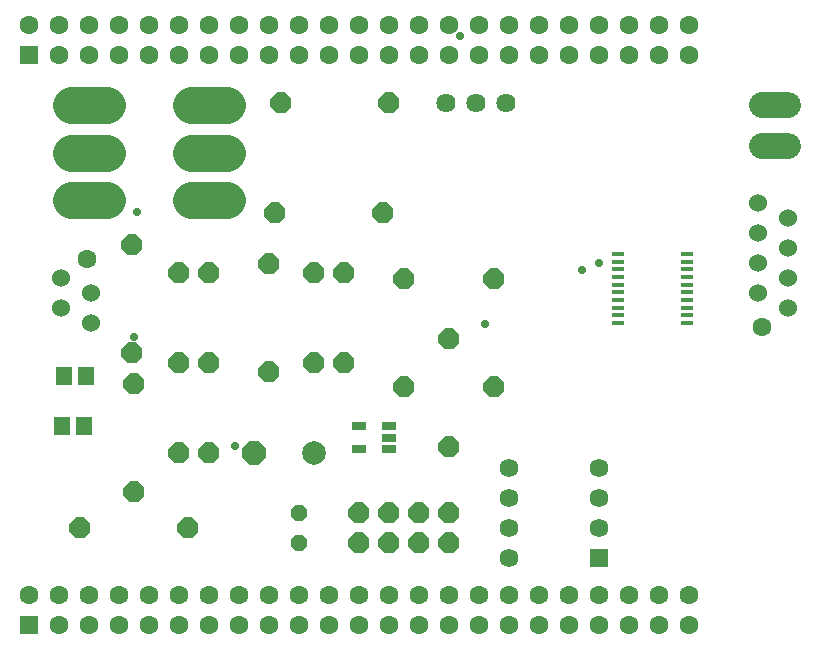
<source format=gts>
G75*
%MOIN*%
%OFA0B0*%
%FSLAX24Y24*%
%IPPOS*%
%LPD*%
%AMOC8*
5,1,8,0,0,1.08239X$1,22.5*
%
%ADD10R,0.0631X0.0631*%
%ADD11C,0.0631*%
%ADD12R,0.0625X0.0625*%
%ADD13C,0.0625*%
%ADD14OC8,0.0700*%
%ADD15R,0.0430X0.0160*%
%ADD16R,0.0512X0.0257*%
%ADD17C,0.0790*%
%ADD18OC8,0.0790*%
%ADD19OC8,0.0520*%
%ADD20C,0.1225*%
%ADD21C,0.0600*%
%ADD22C,0.0640*%
%ADD23C,0.0880*%
%ADD24R,0.0552X0.0631*%
%ADD25C,0.0276*%
D10*
X010003Y003607D03*
X010003Y022607D03*
D11*
X011003Y022607D03*
X012003Y022607D03*
X013003Y022607D03*
X014003Y022607D03*
X015003Y022607D03*
X016003Y022607D03*
X017003Y022607D03*
X018003Y022607D03*
X019003Y022607D03*
X020003Y022607D03*
X021003Y022607D03*
X022003Y022607D03*
X023003Y022607D03*
X024003Y022607D03*
X025003Y022607D03*
X026003Y022607D03*
X027003Y022607D03*
X028003Y022607D03*
X029003Y022607D03*
X030003Y022607D03*
X031003Y022607D03*
X032003Y022607D03*
X032003Y023607D03*
X031003Y023607D03*
X030003Y023607D03*
X029003Y023607D03*
X028003Y023607D03*
X027003Y023607D03*
X026003Y023607D03*
X025003Y023607D03*
X024003Y023607D03*
X023003Y023607D03*
X022003Y023607D03*
X021003Y023607D03*
X020003Y023607D03*
X019003Y023607D03*
X018003Y023607D03*
X017003Y023607D03*
X016003Y023607D03*
X015003Y023607D03*
X014003Y023607D03*
X013003Y023607D03*
X012003Y023607D03*
X011003Y023607D03*
X010003Y023607D03*
X011942Y015806D03*
X012003Y004607D03*
X013003Y004607D03*
X014003Y004607D03*
X015003Y004607D03*
X016003Y004607D03*
X017003Y004607D03*
X018003Y004607D03*
X019003Y004607D03*
X020003Y004607D03*
X021003Y004607D03*
X022003Y004607D03*
X023003Y004607D03*
X024003Y004607D03*
X025003Y004607D03*
X026003Y004607D03*
X027003Y004607D03*
X028003Y004607D03*
X029003Y004607D03*
X030003Y004607D03*
X031003Y004607D03*
X032003Y004607D03*
X032003Y003607D03*
X031003Y003607D03*
X030003Y003607D03*
X029003Y003607D03*
X028003Y003607D03*
X027003Y003607D03*
X026003Y003607D03*
X025003Y003607D03*
X024003Y003607D03*
X023003Y003607D03*
X022003Y003607D03*
X021003Y003607D03*
X020003Y003607D03*
X019003Y003607D03*
X018003Y003607D03*
X017003Y003607D03*
X016003Y003607D03*
X015003Y003607D03*
X014003Y003607D03*
X013003Y003607D03*
X012003Y003607D03*
X011003Y003607D03*
X011003Y004607D03*
X010003Y004607D03*
X034438Y013554D03*
D12*
X029003Y005857D03*
D13*
X029003Y006857D03*
X029003Y007857D03*
X029003Y008857D03*
X026003Y008857D03*
X026003Y007857D03*
X026003Y006857D03*
X026003Y005857D03*
D14*
X024003Y006357D03*
X023003Y006357D03*
X023003Y007357D03*
X024003Y007357D03*
X022003Y007357D03*
X021003Y007357D03*
X021003Y006357D03*
X022003Y006357D03*
X024003Y009557D03*
X025503Y011557D03*
X024003Y013157D03*
X022503Y011557D03*
X020503Y012357D03*
X019503Y012357D03*
X018003Y012057D03*
X016003Y012357D03*
X015003Y012357D03*
X013444Y012671D03*
X013503Y011657D03*
X015003Y009357D03*
X016003Y009357D03*
X013503Y008057D03*
X011703Y006857D03*
X015303Y006857D03*
X015003Y015357D03*
X016003Y015357D03*
X018003Y015657D03*
X019503Y015357D03*
X020503Y015357D03*
X022503Y015157D03*
X021803Y017357D03*
X018203Y017357D03*
X013444Y016271D03*
X018388Y021011D03*
X021988Y021011D03*
X025503Y015157D03*
D15*
X029645Y015213D03*
X029645Y014958D03*
X029645Y014702D03*
X029645Y014446D03*
X029645Y014190D03*
X029645Y013934D03*
X029645Y013678D03*
X031943Y013678D03*
X031943Y013934D03*
X031943Y014190D03*
X031943Y014446D03*
X031943Y014702D03*
X031943Y014958D03*
X031943Y015213D03*
X031943Y015469D03*
X031943Y015725D03*
X031943Y015981D03*
X029645Y015981D03*
X029645Y015725D03*
X029645Y015469D03*
D16*
X022015Y010231D03*
X022015Y009857D03*
X022015Y009483D03*
X020991Y009483D03*
X020991Y010231D03*
D17*
X019503Y009357D03*
D18*
X017503Y009357D03*
D19*
X019003Y007357D03*
X019003Y006357D03*
D20*
X016595Y017777D02*
X015410Y017777D01*
X015410Y019357D02*
X016595Y019357D01*
X016595Y020937D02*
X015410Y020937D01*
X012595Y020937D02*
X011410Y020937D01*
X011410Y019357D02*
X012595Y019357D01*
X012595Y017777D02*
X011410Y017777D01*
D21*
X011086Y015168D03*
X012086Y014668D03*
X011086Y014168D03*
X012086Y013668D03*
X034294Y014692D03*
X035294Y015192D03*
X035294Y016192D03*
X034294Y016692D03*
X034294Y015692D03*
X035294Y017192D03*
X034294Y017692D03*
X035294Y014192D03*
D22*
X025908Y021015D03*
X024908Y021015D03*
X023908Y021015D03*
D23*
X034449Y020956D02*
X035289Y020956D01*
X035289Y019578D02*
X034449Y019578D01*
D24*
X011912Y011904D03*
X011164Y011904D03*
X011097Y010255D03*
X011845Y010255D03*
D25*
X013487Y013211D03*
X016873Y009589D03*
X025219Y013645D03*
X028448Y015456D03*
X028999Y015692D03*
X024353Y023251D03*
X013605Y017385D03*
M02*

</source>
